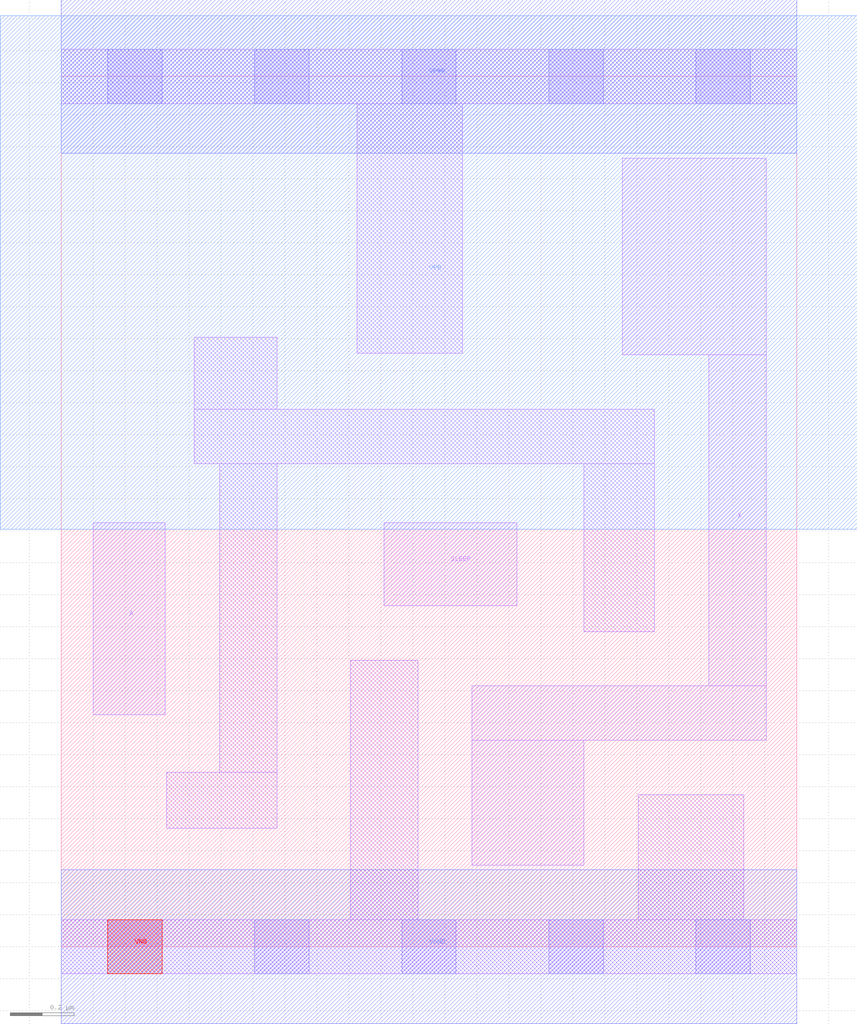
<source format=lef>
# Copyright 2020 The SkyWater PDK Authors
#
# Licensed under the Apache License, Version 2.0 (the "License");
# you may not use this file except in compliance with the License.
# You may obtain a copy of the License at
#
#     https://www.apache.org/licenses/LICENSE-2.0
#
# Unless required by applicable law or agreed to in writing, software
# distributed under the License is distributed on an "AS IS" BASIS,
# WITHOUT WARRANTIES OR CONDITIONS OF ANY KIND, either express or implied.
# See the License for the specific language governing permissions and
# limitations under the License.
#
# SPDX-License-Identifier: Apache-2.0

VERSION 5.7 ;
  NOWIREEXTENSIONATPIN ON ;
  DIVIDERCHAR "/" ;
  BUSBITCHARS "[]" ;
PROPERTYDEFINITIONS
  MACRO maskLayoutSubType STRING ;
  MACRO prCellType STRING ;
  MACRO originalViewName STRING ;
END PROPERTYDEFINITIONS
MACRO sky130_fd_sc_hdll__isobufsrc_1
  CLASS CORE ;
  FOREIGN sky130_fd_sc_hdll__isobufsrc_1 ;
  ORIGIN  0.000000  0.000000 ;
  SIZE  2.300000 BY  2.720000 ;
  SYMMETRY X Y R90 ;
  SITE unithd ;
  PIN A
    ANTENNAGATEAREA  0.138600 ;
    DIRECTION INPUT ;
    USE SIGNAL ;
    PORT
      LAYER li1 ;
        RECT 0.100000 0.725000 0.325000 1.325000 ;
    END
  END A
  PIN SLEEP
    ANTENNAGATEAREA  0.277500 ;
    DIRECTION INPUT ;
    USE SIGNAL ;
    PORT
      LAYER li1 ;
        RECT 1.010000 1.065000 1.425000 1.325000 ;
    END
  END SLEEP
  PIN X
    ANTENNADIFFAREA  0.478000 ;
    DIRECTION OUTPUT ;
    USE SIGNAL ;
    PORT
      LAYER li1 ;
        RECT 1.285000 0.255000 1.635000 0.645000 ;
        RECT 1.285000 0.645000 2.205000 0.815000 ;
        RECT 1.755000 1.850000 2.205000 2.465000 ;
        RECT 2.025000 0.815000 2.205000 1.850000 ;
    END
  END X
  PIN VGND
    DIRECTION INOUT ;
    USE GROUND ;
    PORT
      LAYER met1 ;
        RECT 0.000000 -0.240000 2.300000 0.240000 ;
    END
  END VGND
  PIN VNB
    DIRECTION INOUT ;
    USE GROUND ;
    PORT
      LAYER pwell ;
        RECT 0.145000 -0.085000 0.315000 0.085000 ;
    END
  END VNB
  PIN VPB
    DIRECTION INOUT ;
    USE POWER ;
    PORT
      LAYER nwell ;
        RECT -0.190000 1.305000 2.490000 2.910000 ;
    END
  END VPB
  PIN VPWR
    DIRECTION INOUT ;
    USE POWER ;
    PORT
      LAYER met1 ;
        RECT 0.000000 2.480000 2.300000 2.960000 ;
    END
  END VPWR
  OBS
    LAYER li1 ;
      RECT 0.000000 -0.085000 2.300000 0.085000 ;
      RECT 0.000000  2.635000 2.300000 2.805000 ;
      RECT 0.330000  0.370000 0.675000 0.545000 ;
      RECT 0.415000  1.510000 1.855000 1.680000 ;
      RECT 0.415000  1.680000 0.675000 1.905000 ;
      RECT 0.495000  0.545000 0.675000 1.510000 ;
      RECT 0.905000  0.085000 1.115000 0.895000 ;
      RECT 0.925000  1.855000 1.255000 2.635000 ;
      RECT 1.635000  0.985000 1.855000 1.510000 ;
      RECT 1.805000  0.085000 2.135000 0.475000 ;
    LAYER mcon ;
      RECT 0.145000 -0.085000 0.315000 0.085000 ;
      RECT 0.145000  2.635000 0.315000 2.805000 ;
      RECT 0.605000 -0.085000 0.775000 0.085000 ;
      RECT 0.605000  2.635000 0.775000 2.805000 ;
      RECT 1.065000 -0.085000 1.235000 0.085000 ;
      RECT 1.065000  2.635000 1.235000 2.805000 ;
      RECT 1.525000 -0.085000 1.695000 0.085000 ;
      RECT 1.525000  2.635000 1.695000 2.805000 ;
      RECT 1.985000 -0.085000 2.155000 0.085000 ;
      RECT 1.985000  2.635000 2.155000 2.805000 ;
  END
  PROPERTY maskLayoutSubType "abstract" ;
  PROPERTY prCellType "standard" ;
  PROPERTY originalViewName "layout" ;
END sky130_fd_sc_hdll__isobufsrc_1
END LIBRARY

</source>
